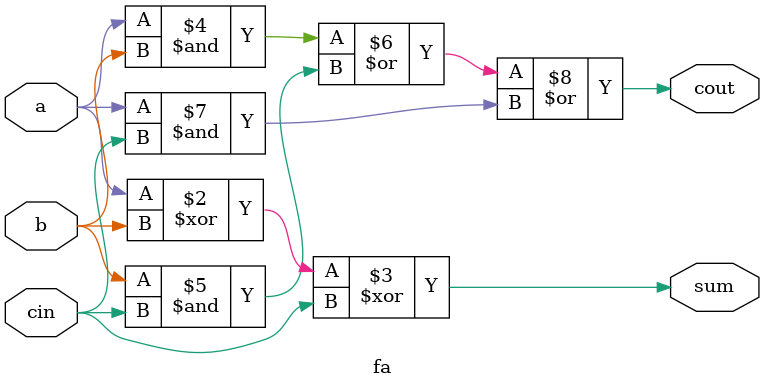
<source format=v>
`timescale 1ns / 1ps

module fa(input a, b, cin, output reg sum, cout);
  always @ (a, b, cin) begin
    sum   = a ^ b ^ cin;
    cout = (a & b) | (b & cin) | (a & cin);
  end
endmodule

//Dataflow Modelling //
/* 
module fa(
  input a, b, cin,
  output sum, cout
);
  assign sum  = a ^ b ^ cin;
  assign cout = (a & b) | (b & cin) | (a & cin);
endmodule */

//Gate level modelling //
/* module full_adder_gate(input A, B, Cin, output Sum, Carry);
  wire s1, c1, c2;
  xor (s1, A, B);
  xor (Sum, s1, Cin);
  and (c1, A, B);
  and (c2, s1, Cin);
  or  (Carry, c1, c2);
endmodule */


</source>
